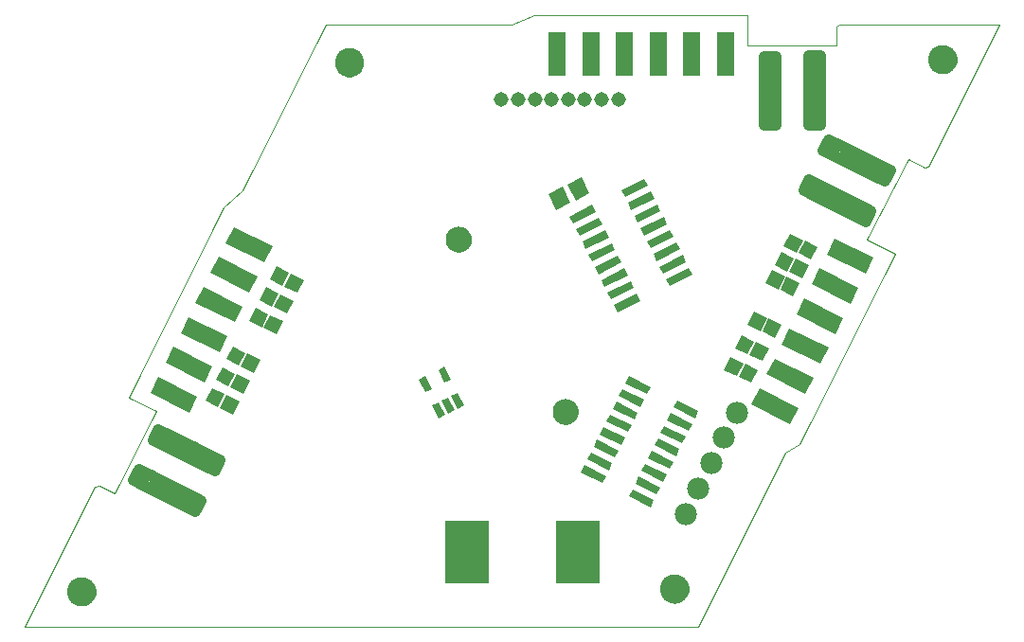
<source format=gbs>
G75*
%MOIN*%
%OFA0B0*%
%FSLAX24Y24*%
%IPPOS*%
%LPD*%
%AMOC8*
5,1,8,0,0,1.08239X$1,22.5*
%
%ADD10C,0.0000*%
%ADD11C,0.1024*%
%ADD12C,0.0906*%
%ADD13R,0.0276X0.0906*%
%ADD14R,0.0257X0.0512*%
%ADD15C,0.0516*%
%ADD16R,0.1556X0.2205*%
%ADD17C,0.0780*%
%ADD18R,0.0631X0.1536*%
%ADD19C,0.0414*%
%ADD20R,0.0552X0.0631*%
%ADD21R,0.0850X0.0280*%
%ADD22R,0.0512X0.0512*%
D10*
X001464Y000942D02*
X003925Y005873D01*
X004112Y005912D01*
X004642Y005647D01*
X006093Y008539D01*
X005142Y009018D01*
X008482Y015706D01*
X009141Y016296D01*
X012065Y022152D01*
X018610Y022152D01*
X019397Y022467D01*
X026907Y022467D01*
X026907Y021414D01*
X030047Y021414D01*
X030047Y022074D01*
X030145Y022152D01*
X035785Y022152D01*
X033275Y017133D01*
X033147Y017113D01*
X032557Y017408D01*
X031120Y014554D01*
X032097Y014066D01*
X028748Y007379D01*
X028236Y007064D01*
X025175Y000942D01*
X001464Y000942D01*
X002981Y002181D02*
X002983Y002225D01*
X002989Y002269D01*
X002999Y002312D01*
X003012Y002354D01*
X003030Y002394D01*
X003051Y002433D01*
X003075Y002470D01*
X003102Y002505D01*
X003133Y002537D01*
X003166Y002566D01*
X003202Y002592D01*
X003240Y002614D01*
X003280Y002633D01*
X003321Y002649D01*
X003364Y002661D01*
X003407Y002669D01*
X003451Y002673D01*
X003495Y002673D01*
X003539Y002669D01*
X003582Y002661D01*
X003625Y002649D01*
X003666Y002633D01*
X003706Y002614D01*
X003744Y002592D01*
X003780Y002566D01*
X003813Y002537D01*
X003844Y002505D01*
X003871Y002470D01*
X003895Y002433D01*
X003916Y002394D01*
X003934Y002354D01*
X003947Y002312D01*
X003957Y002269D01*
X003963Y002225D01*
X003965Y002181D01*
X003963Y002137D01*
X003957Y002093D01*
X003947Y002050D01*
X003934Y002008D01*
X003916Y001968D01*
X003895Y001929D01*
X003871Y001892D01*
X003844Y001857D01*
X003813Y001825D01*
X003780Y001796D01*
X003744Y001770D01*
X003706Y001748D01*
X003666Y001729D01*
X003625Y001713D01*
X003582Y001701D01*
X003539Y001693D01*
X003495Y001689D01*
X003451Y001689D01*
X003407Y001693D01*
X003364Y001701D01*
X003321Y001713D01*
X003280Y001729D01*
X003240Y001748D01*
X003202Y001770D01*
X003166Y001796D01*
X003133Y001825D01*
X003102Y001857D01*
X003075Y001892D01*
X003051Y001929D01*
X003030Y001968D01*
X003012Y002008D01*
X002999Y002050D01*
X002989Y002093D01*
X002983Y002137D01*
X002981Y002181D01*
X016313Y014581D02*
X016315Y014622D01*
X016321Y014663D01*
X016331Y014703D01*
X016344Y014742D01*
X016361Y014779D01*
X016382Y014815D01*
X016406Y014849D01*
X016433Y014880D01*
X016462Y014908D01*
X016495Y014934D01*
X016529Y014956D01*
X016566Y014975D01*
X016604Y014990D01*
X016644Y015002D01*
X016684Y015010D01*
X016725Y015014D01*
X016767Y015014D01*
X016808Y015010D01*
X016848Y015002D01*
X016888Y014990D01*
X016926Y014975D01*
X016962Y014956D01*
X016997Y014934D01*
X017030Y014908D01*
X017059Y014880D01*
X017086Y014849D01*
X017110Y014815D01*
X017131Y014779D01*
X017148Y014742D01*
X017161Y014703D01*
X017171Y014663D01*
X017177Y014622D01*
X017179Y014581D01*
X017177Y014540D01*
X017171Y014499D01*
X017161Y014459D01*
X017148Y014420D01*
X017131Y014383D01*
X017110Y014347D01*
X017086Y014313D01*
X017059Y014282D01*
X017030Y014254D01*
X016997Y014228D01*
X016963Y014206D01*
X016926Y014187D01*
X016888Y014172D01*
X016848Y014160D01*
X016808Y014152D01*
X016767Y014148D01*
X016725Y014148D01*
X016684Y014152D01*
X016644Y014160D01*
X016604Y014172D01*
X016566Y014187D01*
X016530Y014206D01*
X016495Y014228D01*
X016462Y014254D01*
X016433Y014282D01*
X016406Y014313D01*
X016382Y014347D01*
X016361Y014383D01*
X016344Y014420D01*
X016331Y014459D01*
X016321Y014499D01*
X016315Y014540D01*
X016313Y014581D01*
X020065Y008510D02*
X020067Y008551D01*
X020073Y008592D01*
X020083Y008632D01*
X020096Y008671D01*
X020113Y008708D01*
X020134Y008744D01*
X020158Y008778D01*
X020185Y008809D01*
X020214Y008837D01*
X020247Y008863D01*
X020281Y008885D01*
X020318Y008904D01*
X020356Y008919D01*
X020396Y008931D01*
X020436Y008939D01*
X020477Y008943D01*
X020519Y008943D01*
X020560Y008939D01*
X020600Y008931D01*
X020640Y008919D01*
X020678Y008904D01*
X020714Y008885D01*
X020749Y008863D01*
X020782Y008837D01*
X020811Y008809D01*
X020838Y008778D01*
X020862Y008744D01*
X020883Y008708D01*
X020900Y008671D01*
X020913Y008632D01*
X020923Y008592D01*
X020929Y008551D01*
X020931Y008510D01*
X020929Y008469D01*
X020923Y008428D01*
X020913Y008388D01*
X020900Y008349D01*
X020883Y008312D01*
X020862Y008276D01*
X020838Y008242D01*
X020811Y008211D01*
X020782Y008183D01*
X020749Y008157D01*
X020715Y008135D01*
X020678Y008116D01*
X020640Y008101D01*
X020600Y008089D01*
X020560Y008081D01*
X020519Y008077D01*
X020477Y008077D01*
X020436Y008081D01*
X020396Y008089D01*
X020356Y008101D01*
X020318Y008116D01*
X020282Y008135D01*
X020247Y008157D01*
X020214Y008183D01*
X020185Y008211D01*
X020158Y008242D01*
X020134Y008276D01*
X020113Y008312D01*
X020096Y008349D01*
X020083Y008388D01*
X020073Y008428D01*
X020067Y008469D01*
X020065Y008510D01*
X023850Y002278D02*
X023852Y002322D01*
X023858Y002366D01*
X023868Y002409D01*
X023881Y002451D01*
X023899Y002491D01*
X023920Y002530D01*
X023944Y002567D01*
X023971Y002602D01*
X024002Y002634D01*
X024035Y002663D01*
X024071Y002689D01*
X024109Y002711D01*
X024149Y002730D01*
X024190Y002746D01*
X024233Y002758D01*
X024276Y002766D01*
X024320Y002770D01*
X024364Y002770D01*
X024408Y002766D01*
X024451Y002758D01*
X024494Y002746D01*
X024535Y002730D01*
X024575Y002711D01*
X024613Y002689D01*
X024649Y002663D01*
X024682Y002634D01*
X024713Y002602D01*
X024740Y002567D01*
X024764Y002530D01*
X024785Y002491D01*
X024803Y002451D01*
X024816Y002409D01*
X024826Y002366D01*
X024832Y002322D01*
X024834Y002278D01*
X024832Y002234D01*
X024826Y002190D01*
X024816Y002147D01*
X024803Y002105D01*
X024785Y002065D01*
X024764Y002026D01*
X024740Y001989D01*
X024713Y001954D01*
X024682Y001922D01*
X024649Y001893D01*
X024613Y001867D01*
X024575Y001845D01*
X024535Y001826D01*
X024494Y001810D01*
X024451Y001798D01*
X024408Y001790D01*
X024364Y001786D01*
X024320Y001786D01*
X024276Y001790D01*
X024233Y001798D01*
X024190Y001810D01*
X024149Y001826D01*
X024109Y001845D01*
X024071Y001867D01*
X024035Y001893D01*
X024002Y001922D01*
X023971Y001954D01*
X023944Y001989D01*
X023920Y002026D01*
X023899Y002065D01*
X023881Y002105D01*
X023868Y002147D01*
X023858Y002190D01*
X023852Y002234D01*
X023850Y002278D01*
X012400Y020808D02*
X012402Y020852D01*
X012408Y020896D01*
X012418Y020939D01*
X012431Y020981D01*
X012449Y021021D01*
X012470Y021060D01*
X012494Y021097D01*
X012521Y021132D01*
X012552Y021164D01*
X012585Y021193D01*
X012621Y021219D01*
X012659Y021241D01*
X012699Y021260D01*
X012740Y021276D01*
X012783Y021288D01*
X012826Y021296D01*
X012870Y021300D01*
X012914Y021300D01*
X012958Y021296D01*
X013001Y021288D01*
X013044Y021276D01*
X013085Y021260D01*
X013125Y021241D01*
X013163Y021219D01*
X013199Y021193D01*
X013232Y021164D01*
X013263Y021132D01*
X013290Y021097D01*
X013314Y021060D01*
X013335Y021021D01*
X013353Y020981D01*
X013366Y020939D01*
X013376Y020896D01*
X013382Y020852D01*
X013384Y020808D01*
X013382Y020764D01*
X013376Y020720D01*
X013366Y020677D01*
X013353Y020635D01*
X013335Y020595D01*
X013314Y020556D01*
X013290Y020519D01*
X013263Y020484D01*
X013232Y020452D01*
X013199Y020423D01*
X013163Y020397D01*
X013125Y020375D01*
X013085Y020356D01*
X013044Y020340D01*
X013001Y020328D01*
X012958Y020320D01*
X012914Y020316D01*
X012870Y020316D01*
X012826Y020320D01*
X012783Y020328D01*
X012740Y020340D01*
X012699Y020356D01*
X012659Y020375D01*
X012621Y020397D01*
X012585Y020423D01*
X012552Y020452D01*
X012521Y020484D01*
X012494Y020519D01*
X012470Y020556D01*
X012449Y020595D01*
X012431Y020635D01*
X012418Y020677D01*
X012408Y020720D01*
X012402Y020764D01*
X012400Y020808D01*
X033280Y020913D02*
X033282Y020957D01*
X033288Y021001D01*
X033298Y021044D01*
X033311Y021086D01*
X033329Y021126D01*
X033350Y021165D01*
X033374Y021202D01*
X033401Y021237D01*
X033432Y021269D01*
X033465Y021298D01*
X033501Y021324D01*
X033539Y021346D01*
X033579Y021365D01*
X033620Y021381D01*
X033663Y021393D01*
X033706Y021401D01*
X033750Y021405D01*
X033794Y021405D01*
X033838Y021401D01*
X033881Y021393D01*
X033924Y021381D01*
X033965Y021365D01*
X034005Y021346D01*
X034043Y021324D01*
X034079Y021298D01*
X034112Y021269D01*
X034143Y021237D01*
X034170Y021202D01*
X034194Y021165D01*
X034215Y021126D01*
X034233Y021086D01*
X034246Y021044D01*
X034256Y021001D01*
X034262Y020957D01*
X034264Y020913D01*
X034262Y020869D01*
X034256Y020825D01*
X034246Y020782D01*
X034233Y020740D01*
X034215Y020700D01*
X034194Y020661D01*
X034170Y020624D01*
X034143Y020589D01*
X034112Y020557D01*
X034079Y020528D01*
X034043Y020502D01*
X034005Y020480D01*
X033965Y020461D01*
X033924Y020445D01*
X033881Y020433D01*
X033838Y020425D01*
X033794Y020421D01*
X033750Y020421D01*
X033706Y020425D01*
X033663Y020433D01*
X033620Y020445D01*
X033579Y020461D01*
X033539Y020480D01*
X033501Y020502D01*
X033465Y020528D01*
X033432Y020557D01*
X033401Y020589D01*
X033374Y020624D01*
X033350Y020661D01*
X033329Y020700D01*
X033311Y020740D01*
X033298Y020782D01*
X033288Y020825D01*
X033282Y020869D01*
X033280Y020913D01*
D11*
X033772Y020913D03*
X012892Y020808D03*
X024342Y002278D03*
X003473Y002181D03*
D12*
X020498Y008510D03*
X016746Y014581D03*
D13*
G36*
X020767Y015137D02*
X020644Y015384D01*
X021453Y015789D01*
X021576Y015542D01*
X020767Y015137D01*
G37*
G36*
X020991Y014690D02*
X020868Y014937D01*
X021677Y015342D01*
X021800Y015095D01*
X020991Y014690D01*
G37*
G36*
X021215Y014243D02*
X021092Y014490D01*
X021901Y014895D01*
X022024Y014648D01*
X021215Y014243D01*
G37*
G36*
X021439Y013796D02*
X021316Y014043D01*
X022125Y014448D01*
X022248Y014201D01*
X021439Y013796D01*
G37*
G36*
X021663Y013349D02*
X021540Y013596D01*
X022349Y014001D01*
X022472Y013754D01*
X021663Y013349D01*
G37*
G36*
X021887Y012902D02*
X021764Y013149D01*
X022573Y013554D01*
X022696Y013307D01*
X021887Y012902D01*
G37*
G36*
X022111Y012455D02*
X021988Y012702D01*
X022797Y013107D01*
X022920Y012860D01*
X022111Y012455D01*
G37*
G36*
X022335Y012008D02*
X022212Y012255D01*
X023021Y012660D01*
X023144Y012413D01*
X022335Y012008D01*
G37*
G36*
X024165Y012925D02*
X024042Y013172D01*
X024851Y013577D01*
X024974Y013330D01*
X024165Y012925D01*
G37*
G36*
X023941Y013372D02*
X023818Y013619D01*
X024627Y014024D01*
X024750Y013777D01*
X023941Y013372D01*
G37*
G36*
X023717Y013819D02*
X023594Y014066D01*
X024403Y014471D01*
X024526Y014224D01*
X023717Y013819D01*
G37*
G36*
X023494Y014266D02*
X023371Y014513D01*
X024180Y014918D01*
X024303Y014671D01*
X023494Y014266D01*
G37*
G36*
X023270Y014713D02*
X023147Y014960D01*
X023956Y015365D01*
X024079Y015118D01*
X023270Y014713D01*
G37*
G36*
X023046Y015160D02*
X022923Y015407D01*
X023732Y015812D01*
X023855Y015565D01*
X023046Y015160D01*
G37*
G36*
X022822Y015607D02*
X022699Y015854D01*
X023508Y016259D01*
X023631Y016012D01*
X022822Y015607D01*
G37*
G36*
X022598Y016054D02*
X022475Y016301D01*
X023284Y016706D01*
X023407Y016459D01*
X022598Y016054D01*
G37*
D14*
G36*
X016023Y009979D02*
X016252Y010094D01*
X016481Y009637D01*
X016252Y009522D01*
X016023Y009979D01*
G37*
G36*
X015355Y009644D02*
X015584Y009759D01*
X015813Y009302D01*
X015584Y009187D01*
X015355Y009644D01*
G37*
G36*
X015813Y008729D02*
X016042Y008844D01*
X016271Y008387D01*
X016042Y008272D01*
X015813Y008729D01*
G37*
G36*
X016147Y008897D02*
X016376Y009012D01*
X016605Y008555D01*
X016376Y008440D01*
X016147Y008897D01*
G37*
G36*
X016482Y009064D02*
X016711Y009179D01*
X016940Y008722D01*
X016711Y008607D01*
X016482Y009064D01*
G37*
D15*
X018247Y019497D03*
X018838Y019497D03*
X019428Y019497D03*
X020019Y019497D03*
X020590Y019497D03*
X021180Y019497D03*
X021771Y019497D03*
X022361Y019497D03*
D16*
X020950Y003558D03*
X017033Y003558D03*
D17*
X024726Y004915D03*
X025180Y005806D03*
X025634Y006697D03*
X026088Y007588D03*
X026542Y008479D03*
D18*
G36*
X028702Y008643D02*
X028420Y008080D01*
X027048Y008767D01*
X027330Y009330D01*
X028702Y008643D01*
G37*
G36*
X029231Y009699D02*
X028949Y009136D01*
X027577Y009823D01*
X027859Y010386D01*
X029231Y009699D01*
G37*
G36*
X029760Y010755D02*
X029478Y010192D01*
X028106Y010879D01*
X028388Y011442D01*
X029760Y010755D01*
G37*
G36*
X030289Y011811D02*
X030007Y011248D01*
X028635Y011935D01*
X028917Y012498D01*
X030289Y011811D01*
G37*
G36*
X030818Y012867D02*
X030536Y012304D01*
X029164Y012991D01*
X029446Y013554D01*
X030818Y012867D01*
G37*
G36*
X031347Y013923D02*
X031065Y013360D01*
X029693Y014047D01*
X029975Y014610D01*
X031347Y013923D01*
G37*
X026123Y021092D03*
X024942Y021092D03*
X023761Y021092D03*
X022580Y021092D03*
X021399Y021092D03*
X020218Y021092D03*
G36*
X008543Y014453D02*
X008825Y015016D01*
X010197Y014329D01*
X009915Y013766D01*
X008543Y014453D01*
G37*
G36*
X008014Y013397D02*
X008296Y013960D01*
X009668Y013273D01*
X009386Y012710D01*
X008014Y013397D01*
G37*
G36*
X007485Y012341D02*
X007767Y012904D01*
X009139Y012217D01*
X008857Y011654D01*
X007485Y012341D01*
G37*
G36*
X006956Y011285D02*
X007238Y011848D01*
X008610Y011161D01*
X008328Y010598D01*
X006956Y011285D01*
G37*
G36*
X006428Y010229D02*
X006710Y010792D01*
X008082Y010105D01*
X007800Y009542D01*
X006428Y010229D01*
G37*
G36*
X005899Y009172D02*
X006181Y009735D01*
X007553Y009048D01*
X007271Y008485D01*
X005899Y009172D01*
G37*
D19*
X006188Y007882D02*
X008351Y006800D01*
X008166Y006432D01*
X006003Y007514D01*
X006188Y007882D01*
X007340Y006845D02*
X008261Y006845D01*
X007435Y007258D02*
X006515Y007258D01*
X006610Y007671D02*
X006082Y007671D01*
X005501Y006465D02*
X007664Y005383D01*
X007479Y005015D01*
X005316Y006097D01*
X005501Y006465D01*
X006653Y005428D02*
X007574Y005428D01*
X006748Y005841D02*
X005828Y005841D01*
X005923Y006254D02*
X005395Y006254D01*
X027908Y018591D02*
X027908Y021011D01*
X027908Y018591D02*
X027496Y018591D01*
X027496Y021011D01*
X027908Y021011D01*
X027908Y019004D02*
X027496Y019004D01*
X027496Y019417D02*
X027908Y019417D01*
X027908Y019830D02*
X027496Y019830D01*
X027496Y020243D02*
X027908Y020243D01*
X027908Y020656D02*
X027496Y020656D01*
X029482Y021031D02*
X029482Y018611D01*
X029070Y018611D01*
X029070Y021031D01*
X029482Y021031D01*
X029482Y019024D02*
X029070Y019024D01*
X029070Y019437D02*
X029482Y019437D01*
X029482Y019850D02*
X029070Y019850D01*
X029070Y020263D02*
X029482Y020263D01*
X029482Y020676D02*
X029070Y020676D01*
X029582Y017707D02*
X031745Y016625D01*
X029582Y017707D02*
X029767Y018075D01*
X031930Y016993D01*
X031745Y016625D01*
X031840Y017038D02*
X030919Y017038D01*
X031014Y017451D02*
X030094Y017451D01*
X030189Y017864D02*
X029661Y017864D01*
X028894Y016290D02*
X031057Y015208D01*
X028894Y016290D02*
X029079Y016658D01*
X031242Y015576D01*
X031057Y015208D01*
X031152Y015621D02*
X030231Y015621D01*
X030326Y016034D02*
X029406Y016034D01*
X029501Y016447D02*
X028973Y016447D01*
D20*
G36*
X020576Y016515D02*
X021068Y016762D01*
X021350Y016199D01*
X020858Y015952D01*
X020576Y016515D01*
G37*
G36*
X019907Y016180D02*
X020399Y016427D01*
X020681Y015864D01*
X020189Y015617D01*
X019907Y016180D01*
G37*
D21*
G36*
X022738Y009758D02*
X023497Y009378D01*
X023372Y009128D01*
X022613Y009508D01*
X022738Y009758D01*
G37*
G36*
X022514Y009311D02*
X023273Y008931D01*
X023148Y008681D01*
X022389Y009061D01*
X022514Y009311D01*
G37*
G36*
X022290Y008864D02*
X023049Y008484D01*
X022924Y008234D01*
X022165Y008614D01*
X022290Y008864D01*
G37*
G36*
X022067Y008417D02*
X022826Y008037D01*
X022701Y007787D01*
X021942Y008167D01*
X022067Y008417D01*
G37*
G36*
X021843Y007970D02*
X022602Y007590D01*
X022477Y007340D01*
X021718Y007720D01*
X021843Y007970D01*
G37*
G36*
X021619Y007523D02*
X022378Y007143D01*
X022253Y006893D01*
X021494Y007273D01*
X021619Y007523D01*
G37*
G36*
X021395Y007076D02*
X022154Y006696D01*
X022029Y006446D01*
X021270Y006826D01*
X021395Y007076D01*
G37*
G36*
X021171Y006629D02*
X021930Y006249D01*
X021805Y005999D01*
X021046Y006379D01*
X021171Y006629D01*
G37*
G36*
X022861Y005782D02*
X023620Y005402D01*
X023495Y005152D01*
X022736Y005532D01*
X022861Y005782D01*
G37*
G36*
X023085Y006230D02*
X023844Y005850D01*
X023719Y005600D01*
X022960Y005980D01*
X023085Y006230D01*
G37*
G36*
X023309Y006677D02*
X024068Y006297D01*
X023943Y006047D01*
X023184Y006427D01*
X023309Y006677D01*
G37*
G36*
X023533Y007124D02*
X024292Y006744D01*
X024167Y006494D01*
X023408Y006874D01*
X023533Y007124D01*
G37*
G36*
X023757Y007571D02*
X024516Y007191D01*
X024391Y006941D01*
X023632Y007321D01*
X023757Y007571D01*
G37*
G36*
X023980Y008018D02*
X024739Y007638D01*
X024614Y007388D01*
X023855Y007768D01*
X023980Y008018D01*
G37*
G36*
X024204Y008465D02*
X024963Y008085D01*
X024838Y007835D01*
X024079Y008215D01*
X024204Y008465D01*
G37*
G36*
X024428Y008912D02*
X025187Y008532D01*
X025062Y008282D01*
X024303Y008662D01*
X024428Y008912D01*
G37*
D22*
G36*
X026538Y009754D02*
X026081Y009983D01*
X026310Y010440D01*
X026767Y010211D01*
X026538Y009754D01*
G37*
G36*
X027052Y009521D02*
X026595Y009750D01*
X026824Y010207D01*
X027281Y009978D01*
X027052Y009521D01*
G37*
G36*
X027435Y010289D02*
X026978Y010518D01*
X027207Y010975D01*
X027664Y010746D01*
X027435Y010289D01*
G37*
G36*
X026921Y010521D02*
X026464Y010750D01*
X026693Y011207D01*
X027150Y010978D01*
X026921Y010521D01*
G37*
G36*
X027881Y011119D02*
X027424Y011348D01*
X027653Y011805D01*
X028110Y011576D01*
X027881Y011119D01*
G37*
G36*
X027366Y011352D02*
X026909Y011581D01*
X027138Y012038D01*
X027595Y011809D01*
X027366Y011352D01*
G37*
G36*
X028514Y012575D02*
X028057Y012804D01*
X028286Y013261D01*
X028743Y013032D01*
X028514Y012575D01*
G37*
G36*
X027999Y012807D02*
X027542Y013036D01*
X027771Y013493D01*
X028228Y013264D01*
X027999Y012807D01*
G37*
G36*
X028834Y013218D02*
X028377Y013447D01*
X028606Y013904D01*
X029063Y013675D01*
X028834Y013218D01*
G37*
G36*
X028320Y013450D02*
X027863Y013679D01*
X028092Y014136D01*
X028549Y013907D01*
X028320Y013450D01*
G37*
G36*
X029155Y013861D02*
X028698Y014090D01*
X028927Y014547D01*
X029384Y014318D01*
X029155Y013861D01*
G37*
G36*
X028640Y014093D02*
X028183Y014322D01*
X028412Y014779D01*
X028869Y014550D01*
X028640Y014093D01*
G37*
G36*
X010833Y013377D02*
X011290Y013148D01*
X011061Y012691D01*
X010604Y012920D01*
X010833Y013377D01*
G37*
G36*
X010326Y013625D02*
X010783Y013396D01*
X010554Y012939D01*
X010097Y013168D01*
X010326Y013625D01*
G37*
G36*
X009961Y012895D02*
X010418Y012666D01*
X010189Y012209D01*
X009732Y012438D01*
X009961Y012895D01*
G37*
G36*
X010467Y012647D02*
X010924Y012418D01*
X010695Y011961D01*
X010238Y012190D01*
X010467Y012647D01*
G37*
G36*
X010102Y011918D02*
X010559Y011689D01*
X010330Y011232D01*
X009873Y011461D01*
X010102Y011918D01*
G37*
G36*
X009595Y012166D02*
X010052Y011937D01*
X009823Y011480D01*
X009366Y011709D01*
X009595Y012166D01*
G37*
G36*
X008792Y010812D02*
X009249Y010583D01*
X009020Y010126D01*
X008563Y010355D01*
X008792Y010812D01*
G37*
G36*
X009299Y010563D02*
X009756Y010334D01*
X009527Y009877D01*
X009070Y010106D01*
X009299Y010563D01*
G37*
G36*
X008426Y010082D02*
X008883Y009853D01*
X008654Y009396D01*
X008197Y009625D01*
X008426Y010082D01*
G37*
G36*
X008933Y009834D02*
X009390Y009605D01*
X009161Y009148D01*
X008704Y009377D01*
X008933Y009834D01*
G37*
G36*
X008567Y009104D02*
X009024Y008875D01*
X008795Y008418D01*
X008338Y008647D01*
X008567Y009104D01*
G37*
G36*
X008061Y009353D02*
X008518Y009124D01*
X008289Y008667D01*
X007832Y008896D01*
X008061Y009353D01*
G37*
M02*

</source>
